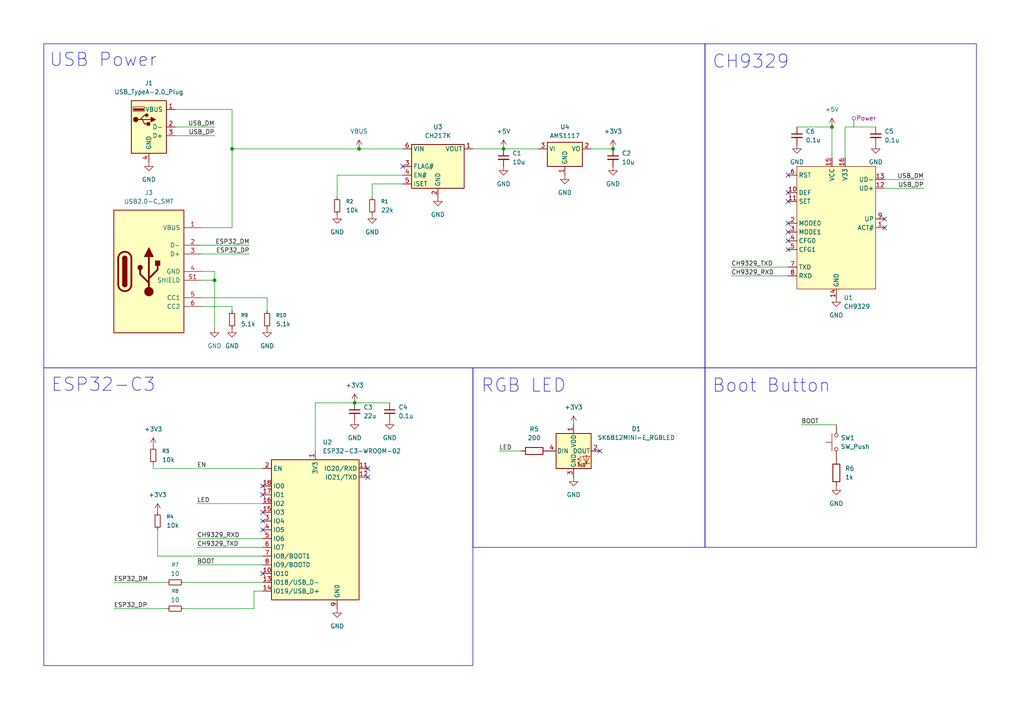
<source format=kicad_sch>
(kicad_sch (version 20250114) (generator "eeschema") (generator_version "9.0")
  (paper "A4")
  (lib_symbols
    (symbol "74th_ApplicationIC:CH9329_UART-To-USBHID"
      (property "Reference" "U" (at 8.89 7.62 0))
      (property "Value" "CH9329" (at 8.89 5.08 0))
      (symbol "CH9329_UART-To-USBHID_0_1"
        (rectangle (start -11.43 3.81) (end 11.43 -31.75) (stroke (width 0.1524)) (fill (type background)))
      )
      (symbol "CH9329_UART-To-USBHID_1_1"
        (pin input line (at -13.97 1.27 0) (length 2.54) (name "RST") (number "6"))
        (pin input line (at -13.97 -3.81 0) (length 2.54) (name "DEF") (number "10"))
        (pin input line (at -13.97 -6.35 0) (length 2.54) (name "SET") (number "11"))
        (pin input line (at -13.97 -12.7 0) (length 2.54) (name "MODE0") (number "2"))
        (pin input line (at -13.97 -15.24 0) (length 2.54) (name "MODE1") (number "3"))
        (pin input line (at -13.97 -17.78 0) (length 2.54) (name "CFG0") (number "4"))
        (pin input line (at -13.97 -20.32 0) (length 2.54) (name "CFG1") (number "5"))
        (pin output line (at -13.97 -25.4 0) (length 2.54) (name "TXD") (number "7"))
        (pin input line (at -13.97 -27.94 0) (length 2.54) (name "RXD") (number "8"))
        (pin power_in line (at -1.27 6.35 270) (length 2.54) (name "VCC") (number "15"))
        (pin power_in line (at 0 -34.29 90) (length 2.54) (name "GND") (number "14"))
        (pin power_out line (at 2.54 6.35 270) (length 2.54) (name "V33") (number "16"))
        (pin bidirectional line (at 13.97 0 180) (length 2.54) (name "UD-") (number "13"))
        (pin bidirectional line (at 13.97 -2.54 180) (length 2.54) (name "UD+") (number "12"))
        (pin output line (at 13.97 -11.43 180) (length 2.54) (name "UP") (number "9"))
        (pin output line (at 13.97 -13.97 180) (length 2.54) (name "ACT#") (number "1"))
      )
    )
    (symbol "74th_Interface:USB_TypeA-2.0_Plug" (pin_names (offset 1.016))
      (property "Reference" "J" (at -5.08 11.43 0))
      (property "Value" "USB_TypeA-2.0_Plug" (at -5.08 8.89 0))
      (symbol "USB_TypeA-2.0_Plug_0_1"
        (rectangle (start -5.08 -7.62) (end 5.08 7.62) (stroke (width 0.254)) (fill (type background)))
        (circle (center -3.81 2.159) (radius 0.635) (stroke (width 0.254)) (fill (type outline)))
        (polyline (pts (xy -3.175 2.159) (xy -2.54 2.159) (xy -1.27 3.429) (xy -0.635 3.429)) (stroke (width 0.254)))
        (polyline (pts (xy -2.54 2.159) (xy -1.905 2.159) (xy -1.27 0.889) (xy 0 0.889)) (stroke (width 0.254)))
        (rectangle (start -1.524 4.826) (end -4.318 5.334) (fill (type outline)))
        (rectangle (start -1.27 4.572) (end -4.572 5.842))
        (circle (center -0.635 3.429) (radius 0.381) (stroke (width 0.254)) (fill (type outline)))
        (rectangle (start 0.254 1.27) (end -0.508 0.508) (stroke (width 0.254)) (fill (type outline)))
        (polyline (pts (xy 0.635 2.794) (xy 0.635 1.524) (xy 1.905 2.159) (xy 0.635 2.794)) (stroke (width 0.254)) (fill (type outline)))
      )
      (symbol "USB_TypeA-2.0_Plug_1_1"
        (polyline (pts (xy -1.905 2.159) (xy 0.635 2.159)) (stroke (width 0.254)))
        (pin power_in line (at 0 -10.16 90) (length 2.54) (name "GND") (number "4"))
        (pin power_out line (at 7.62 5.08 180) (length 2.54) (name "VBUS") (number "1"))
        (pin bidirectional line (at 7.62 0 180) (length 2.54) (name "D-") (number "2"))
        (pin bidirectional line (at 7.62 -2.54 180) (length 2.54) (name "D+") (number "3"))
      )
    )
    (symbol "74th_Interface:USB_TypeC-2.0_Receptacle_Simple" (pin_names (offset 1.016))
      (property "Reference" "J" (at -10.16 19.05 0))
      (property "Value" "USB2.0-C_SMT" (at 15.24 19.05 0))
      (symbol "USB_TypeC-2.0_Receptacle_Simple_0_1"
        (rectangle (start -10.16 17.78) (end 10.16 -17.78) (stroke (width 0.254)) (fill (type background)))
        (polyline (pts (xy -8.89 -3.81) (xy -8.89 3.81)) (stroke (width 0.508)))
        (rectangle (start -7.62 -3.81) (end -6.35 3.81) (stroke (width 0.254)) (fill (type outline)))
        (arc (start -7.62 3.81) (mid -6.985 4.4423) (end -6.35 3.81) (stroke (width 0.254)))
        (arc (start -7.62 3.81) (mid -6.985 4.4423) (end -6.35 3.81) (stroke (width 0.254)) (fill (type outline)))
        (arc (start -8.89 3.81) (mid -6.985 5.7067) (end -5.08 3.81) (stroke (width 0.508)))
        (arc (start -5.08 -3.81) (mid -6.985 -5.7067) (end -8.89 -3.81) (stroke (width 0.508)))
        (arc (start -6.35 -3.81) (mid -6.985 -4.4423) (end -7.62 -3.81) (stroke (width 0.254)))
        (arc (start -6.35 -3.81) (mid -6.985 -4.4423) (end -7.62 -3.81) (stroke (width 0.254)) (fill (type outline)))
        (polyline (pts (xy -5.08 3.81) (xy -5.08 -3.81)) (stroke (width 0.508)))
        (circle (center -2.54 1.143) (radius 0.635) (stroke (width 0.254)) (fill (type outline)))
        (polyline (pts (xy -1.27 4.318) (xy 0 6.858) (xy 1.27 4.318) (xy -1.27 4.318)) (stroke (width 0.254)) (fill (type outline)))
        (polyline (pts (xy 0 -2.032) (xy 2.54 0.508) (xy 2.54 1.778)) (stroke (width 0.508)))
        (polyline (pts (xy 0 -3.302) (xy -2.54 -0.762) (xy -2.54 0.508)) (stroke (width 0.508)))
        (polyline (pts (xy 0 -5.842) (xy 0 4.318)) (stroke (width 0.508)))
        (circle (center 0 -5.842) (radius 1.27) (fill (type outline)))
        (rectangle (start 1.905 1.778) (end 3.175 3.048) (stroke (width 0.254)) (fill (type outline)))
      )
      (symbol "USB_TypeC-2.0_Receptacle_Simple_1_1"
        (pin power_out line (at 15.24 12.7 180) (length 5.08) (name "VBUS") (number "1"))
        (pin bidirectional line (at 15.24 7.62 180) (length 5.08) (name "D-") (number "2"))
        (pin bidirectional line (at 15.24 5.08 180) (length 5.08) (name "D+") (number "3"))
        (pin power_out line (at 15.24 0 180) (length 5.08) (name "GND") (number "4"))
        (pin passive line (at 15.24 -2.54 180) (length 5.08) (name "SHIELD") (number "S1"))
        (pin input line (at 15.24 -7.62 180) (length 5.08) (name "CC1") (number "5"))
        (pin input line (at 15.24 -10.16 180) (length 5.08) (name "CC2") (number "6"))
      )
    )
    (symbol "74th_MCU:ESP32-C3-WROOM-02"
      (property "Reference" "U" (at -12.192 21.336 0))
      (property "Value" "ESP32-C3-WROOM-02" (at 12.192 21.336 0))
      (symbol "ESP32-C3-WROOM-02_1_1"
        (rectangle (start -12.7 20.32) (end 12.7 -20.32) (stroke (width 0.254)) (fill (type background)))
        (pin input line (at -15.24 17.78 0) (length 2.54) (name "EN") (number "2"))
        (pin bidirectional line (at -15.24 12.7 0) (length 2.54) (name "IO0") (number "18"))
        (pin bidirectional line (at -15.24 10.16 0) (length 2.54) (name "IO1") (number "17"))
        (pin bidirectional line (at -15.24 7.62 0) (length 2.54) (name "IO2") (number "16"))
        (pin bidirectional line (at -15.24 5.08 0) (length 2.54) (name "IO3") (number "15"))
        (pin bidirectional line (at -15.24 2.54 0) (length 2.54) (name "IO4") (number "3"))
        (pin bidirectional line (at -15.24 0 0) (length 2.54) (name "IO5") (number "4"))
        (pin bidirectional line (at -15.24 -2.54 0) (length 2.54) (name "IO6") (number "5"))
        (pin bidirectional line (at -15.24 -5.08 0) (length 2.54) (name "IO7") (number "6"))
        (pin bidirectional line (at -15.24 -7.62 0) (length 2.54) (name "IO8/BOOT1") (number "7"))
        (pin bidirectional line (at -15.24 -10.16 0) (length 2.54) (name "IO9/BOOT0") (number "8"))
        (pin bidirectional line (at -15.24 -12.7 0) (length 2.54) (name "IO10") (number "10"))
        (pin bidirectional line (at -15.24 -15.24 0) (length 2.54) (name "IO18/USB_D-") (number "13"))
        (pin bidirectional line (at -15.24 -17.78 0) (length 2.54) (name "IO19/USB_D+") (number "14"))
        (pin power_in line (at 0 22.86 270) (length 2.54) (name "3V3") (number "1"))
        (pin passive line (at 6.35 -22.86 90) (length 2.54) (hide yes) (name "GND") (number "19"))
        (pin power_in line (at 6.35 -22.86 90) (length 2.54) (name "GND") (number "9"))
        (pin bidirectional line (at 15.24 17.78 180) (length 2.54) (name "IO20/RXD") (number "11"))
        (pin bidirectional line (at 15.24 15.24 180) (length 2.54) (name "IO21/TXD") (number "12"))
      )
    )
    (symbol "74th_Passive:AMS1117-3.3_Regulator_SOT89"
      (property "Reference" "U" (at -3.81 3.175 0))
      (property "Value" "AMS1117" (at 0 3.175 0))
      (symbol "AMS1117-3.3_Regulator_SOT89_0_1"
        (rectangle (start -5.08 1.905) (end 5.08 -5.08) (stroke (width 0.254)) (fill (type background)))
      )
      (symbol "AMS1117-3.3_Regulator_SOT89_1_1"
        (pin power_in line (at -7.62 0 0) (length 2.54) (name "VI") (number "3"))
        (pin power_in line (at 0 -7.62 90) (length 2.54) (name "GND") (number "1"))
        (pin power_out line (at 7.62 0 180) (length 2.54) (name "VO") (number "2"))
      )
    )
    (symbol "74th_Passive:CH217K_USB-Power-Limit-Switch"
      (property "Reference" "U" (at -6.35 5.08 0))
      (property "Value" "CH217K" (at 3.81 5.08 0))
      (property "Footprint" "74th:Package_SOT-23-6" (at 17.78 -10.16 0))
      (symbol "CH217K_USB-Power-Limit-Switch_1_1"
        (rectangle (start -7.62 3.81) (end 7.62 -8.89) (stroke (width 0.254)) (fill (type background)))
        (pin power_in line (at -10.16 2.54 0) (length 2.54) (name "VIN") (number "6"))
        (pin input line (at -10.16 -2.54 0) (length 2.54) (name "FLAG#") (number "3"))
        (pin input line (at -10.16 -5.08 0) (length 2.54) (name "EN#") (number "4"))
        (pin input line (at -10.16 -7.62 0) (length 2.54) (name "ISET") (number "5"))
        (pin power_in line (at 0 -11.43 90) (length 2.54) (name "GND") (number "2"))
        (pin power_out line (at 10.16 2.54 180) (length 2.54) (name "VOUT") (number "1"))
      )
    )
    (symbol "74th_Passive:SK6812MINI-E_RGBLED" (pin_names (offset 0.254))
      (property "Reference" "D" (at 5.08 5.715 0))
      (property "Value" "SK6812MINI-E_RGBLED" (at 1.27 -5.715 0))
      (symbol "SK6812MINI-E_RGBLED_0_0"
        (text "RGB" (at 2.286 -4.191 0) (effects (font (size 0.762 0.762))))
      )
      (symbol "SK6812MINI-E_RGBLED_0_1"
        (polyline (pts (xy 1.27 -2.54) (xy 1.778 -2.54)))
        (polyline (pts (xy 1.27 -3.556) (xy 1.778 -3.556)))
        (polyline (pts (xy 2.286 -1.524) (xy 1.27 -2.54) (xy 1.27 -2.032)))
        (polyline (pts (xy 2.286 -2.54) (xy 1.27 -3.556) (xy 1.27 -3.048)))
        (polyline (pts (xy 3.683 -1.016) (xy 3.683 -3.556) (xy 3.683 -4.064)))
        (polyline (pts (xy 4.699 -1.524) (xy 2.667 -1.524) (xy 3.683 -3.556) (xy 4.699 -1.524)))
        (polyline (pts (xy 4.699 -3.556) (xy 2.667 -3.556)))
        (rectangle (start 5.08 5.08) (end -5.08 -5.08) (stroke (width 0.254)) (fill (type background)))
      )
      (symbol "SK6812MINI-E_RGBLED_1_1"
        (pin input line (at -7.62 0 0) (length 2.54) (name "DIN") (number "4"))
        (pin power_in line (at 0 7.62 270) (length 2.54) (name "VDD") (number "1"))
        (pin power_in line (at 0 -7.62 90) (length 2.54) (name "GND") (number "3"))
        (pin output line (at 7.62 0 180) (length 2.54) (name "DOUT") (number "2"))
      )
    )
    (symbol "Device:C_Small" (pin_numbers (hide yes)) (pin_names (offset 0.254) (hide yes))
      (property "Reference" "C" (at 0.254 1.778 0))
      (property "Value" "C_Small" (at 0.254 -2.032 0))
      (symbol "C_Small_0_1"
        (polyline (pts (xy -1.524 0.508) (xy 1.524 0.508)) (stroke (width 0.3048)))
        (polyline (pts (xy -1.524 -0.508) (xy 1.524 -0.508)) (stroke (width 0.3302)))
      )
      (symbol "C_Small_1_1"
        (pin passive line (at 0 2.54 270) (length 2.032) (name "~") (number "1"))
        (pin passive line (at 0 -2.54 90) (length 2.032) (name "~") (number "2"))
      )
    )
    (symbol "Device:R" (pin_numbers (hide yes)) (pin_names (offset 0))
      (property "Reference" "R" (at 2.032 0 90))
      (property "Value" "R" (at 0 0 90))
      (symbol "R_0_1"
        (rectangle (start -1.016 -2.54) (end 1.016 2.54) (stroke (width 0.254)))
      )
      (symbol "R_1_1"
        (pin passive line (at 0 3.81 270) (length 1.27) (name "~") (number "1"))
        (pin passive line (at 0 -3.81 90) (length 1.27) (name "~") (number "2"))
      )
    )
    (symbol "Device:R_Small" (pin_numbers (hide yes)) (pin_names (offset 0.254) (hide yes))
      (property "Reference" "R" (at 0 0 90))
      (property "Value" "R_Small" (at 1.778 0 90))
      (symbol "R_Small_0_1"
        (rectangle (start -0.762 1.778) (end 0.762 -1.778) (stroke (width 0.2032)))
      )
      (symbol "R_Small_1_1"
        (pin passive line (at 0 2.54 270) (length 0.762) (name "~") (number "1"))
        (pin passive line (at 0 -2.54 90) (length 0.762) (name "~") (number "2"))
      )
    )
    (symbol "Switch:SW_Push" (pin_numbers (hide yes)) (pin_names (offset 1.016) (hide yes))
      (property "Reference" "SW" (at 1.27 2.54 0))
      (property "Value" "SW_Push" (at 0 -1.524 0))
      (symbol "SW_Push_0_1"
        (circle (center -2.032 0) (radius 0.508))
        (polyline (pts (xy 0 1.27) (xy 0 3.048)))
        (circle (center 2.032 0) (radius 0.508))
        (polyline (pts (xy 2.54 1.27) (xy -2.54 1.27)))
        (pin passive line (at -5.08 0 0) (length 2.54) (name "1") (number "1"))
        (pin passive line (at 5.08 0 180) (length 2.54) (name "2") (number "2"))
      )
    )
    (symbol "power:+3V3" (power) (pin_numbers (hide yes)) (pin_names (offset 0) (hide yes))
      (property "Value" "+3V3" (at 0 3.556 0))
      (symbol "+3V3_0_1"
        (polyline (pts (xy -0.762 1.27) (xy 0 2.54)))
        (polyline (pts (xy 0 2.54) (xy 0.762 1.27)))
        (polyline (pts (xy 0 0) (xy 0 2.54)))
      )
      (symbol "+3V3_1_1"
        (pin power_in line (at 0 0 90) (length 0) (name "~") (number "1"))
      )
    )
    (symbol "power:+5V" (power) (pin_numbers (hide yes)) (pin_names (offset 0) (hide yes))
      (property "Value" "+5V" (at 0 3.556 0))
      (symbol "+5V_0_1"
        (polyline (pts (xy -0.762 1.27) (xy 0 2.54)))
        (polyline (pts (xy 0 2.54) (xy 0.762 1.27)))
        (polyline (pts (xy 0 0) (xy 0 2.54)))
      )
      (symbol "+5V_1_1"
        (pin power_in line (at 0 0 90) (length 0) (name "~") (number "1"))
      )
    )
    (symbol "power:GND" (power) (pin_numbers (hide yes)) (pin_names (offset 0) (hide yes))
      (property "Value" "GND" (at 0 -3.81 0))
      (symbol "GND_0_1"
        (polyline (pts (xy 0 0) (xy 0 -1.27) (xy 1.27 -1.27) (xy 0 -2.54) (xy -1.27 -1.27) (xy 0 -1.27)))
      )
      (symbol "GND_1_1"
        (pin power_in line (at 0 0 270) (length 0) (name "~") (number "1"))
      )
    )
    (symbol "power:VBUS" (power) (pin_numbers (hide yes)) (pin_names (offset 0) (hide yes))
      (property "Value" "VBUS" (at 0 3.556 0))
      (symbol "VBUS_0_1"
        (polyline (pts (xy -0.762 1.27) (xy 0 2.54)))
        (polyline (pts (xy 0 2.54) (xy 0.762 1.27)))
        (polyline (pts (xy 0 0) (xy 0 2.54)))
      )
      (symbol "VBUS_1_1"
        (pin power_in line (at 0 0 90) (length 0) (name "~") (number "1"))
      )
    )
  )
  (rectangle (start 204.47 106.68) (end 283.21 158.75))
  (rectangle (start 204.47 12.7) (end 283.21 106.68))
  (rectangle (start 12.7 106.68) (end 137.16 193.04))
  (rectangle (start 137.16 106.68) (end 204.47 158.75))
  (rectangle (start 12.7 12.7) (end 204.47 106.68))
  (text "CH9329" (at 206.502 15.748 0) (effects (font (size 3.81 3.81)) (justify left top)))
  (text "Boot Button" (at 206.502 109.728 0) (effects (font (size 3.81 3.81)) (justify left top)))
  (text "ESP32-C3" (at 14.732 109.474 0) (effects (font (size 3.81 3.81)) (justify left top)))
  (text "RGB LED" (at 139.446 109.728 0) (effects (font (size 3.81 3.81)) (justify left top)))
  (text "USB Power" (at 14.224 15.24 0) (effects (font (size 3.81 3.81)) (justify left top)))
  (junction (at 146.05 43.18))
  (junction (at 104.14 43.18))
  (junction (at 177.8 43.18))
  (junction (at 241.3 36.83))
  (junction (at 102.87 116.84))
  (junction (at 67.31 43.18))
  (junction (at 62.23 81.28))
  (no_connect (at 228.6 58.42))
  (no_connect (at 256.54 63.5))
  (no_connect (at 76.2 143.51))
  (no_connect (at 228.6 55.88))
  (no_connect (at 256.54 66.04))
  (no_connect (at 76.2 140.97))
  (no_connect (at 228.6 72.39))
  (no_connect (at 228.6 50.8))
  (no_connect (at 173.99 130.81))
  (no_connect (at 76.2 148.59))
  (no_connect (at 228.6 67.31))
  (no_connect (at 76.2 166.37))
  (no_connect (at 228.6 69.85))
  (no_connect (at 76.2 153.67))
  (no_connect (at 76.2 151.13))
  (no_connect (at 228.6 64.77))
  (no_connect (at 116.84 48.26))
  (no_connect (at 106.68 135.89))
  (no_connect (at 106.68 138.43))
  (wire (pts (xy 67.31 66.04) (xy 67.31 43.18)))
  (wire (pts (xy 58.42 73.66) (xy 72.39 73.66)))
  (wire (pts (xy 45.72 153.67) (xy 45.72 161.29)))
  (wire (pts (xy 77.47 86.36) (xy 77.47 90.17)))
  (wire (pts (xy 62.23 78.74) (xy 62.23 81.28)))
  (wire (pts (xy 107.95 53.34) (xy 107.95 57.15)))
  (wire (pts (xy 58.42 88.9) (xy 67.31 88.9)))
  (wire (pts (xy 58.42 78.74) (xy 62.23 78.74)))
  (wire (pts (xy 44.45 135.89) (xy 44.45 134.62)))
  (wire (pts (xy 57.15 156.21) (xy 76.2 156.21)))
  (wire (pts (xy 53.34 176.53) (xy 73.66 176.53)))
  (wire (pts (xy 91.44 116.84) (xy 102.87 116.84)))
  (wire (pts (xy 91.44 116.84) (xy 91.44 130.81)))
  (wire (pts (xy 57.15 163.83) (xy 76.2 163.83)))
  (wire (pts (xy 50.8 36.83) (xy 62.23 36.83)))
  (wire (pts (xy 73.66 176.53) (xy 73.66 171.45)))
  (wire (pts (xy 256.54 52.07) (xy 267.97 52.07)))
  (wire (pts (xy 58.42 71.12) (xy 72.39 71.12)))
  (wire (pts (xy 245.11 36.83) (xy 245.11 45.72)))
  (wire (pts (xy 97.79 50.8) (xy 116.84 50.8)))
  (wire (pts (xy 58.42 81.28) (xy 62.23 81.28)))
  (wire (pts (xy 231.14 36.83) (xy 241.3 36.83)))
  (wire (pts (xy 67.31 88.9) (xy 67.31 90.17)))
  (wire (pts (xy 57.15 146.05) (xy 76.2 146.05)))
  (wire (pts (xy 62.23 81.28) (xy 62.23 95.25)))
  (wire (pts (xy 45.72 161.29) (xy 76.2 161.29)))
  (wire (pts (xy 67.31 43.18) (xy 104.14 43.18)))
  (wire (pts (xy 146.05 43.18) (xy 156.21 43.18)))
  (wire (pts (xy 44.45 135.89) (xy 76.2 135.89)))
  (wire (pts (xy 212.09 77.47) (xy 228.6 77.47)))
  (wire (pts (xy 97.79 57.15) (xy 97.79 50.8)))
  (wire (pts (xy 102.87 116.84) (xy 113.03 116.84)))
  (wire (pts (xy 104.14 43.18) (xy 116.84 43.18)))
  (wire (pts (xy 116.84 53.34) (xy 107.95 53.34)))
  (wire (pts (xy 256.54 54.61) (xy 267.97 54.61)))
  (wire (pts (xy 57.15 158.75) (xy 76.2 158.75)))
  (wire (pts (xy 33.02 168.91) (xy 48.26 168.91)))
  (wire (pts (xy 232.41 123.19) (xy 242.57 123.19)))
  (wire (pts (xy 58.42 86.36) (xy 77.47 86.36)))
  (wire (pts (xy 50.8 39.37) (xy 62.23 39.37)))
  (wire (pts (xy 73.66 171.45) (xy 76.2 171.45)))
  (wire (pts (xy 67.31 31.75) (xy 67.31 43.18)))
  (wire (pts (xy 33.02 176.53) (xy 48.26 176.53)))
  (wire (pts (xy 53.34 168.91) (xy 76.2 168.91)))
  (wire (pts (xy 137.16 43.18) (xy 146.05 43.18)))
  (wire (pts (xy 212.09 80.01) (xy 228.6 80.01)))
  (wire (pts (xy 58.42 66.04) (xy 67.31 66.04)))
  (wire (pts (xy 171.45 43.18) (xy 177.8 43.18)))
  (wire (pts (xy 254 36.83) (xy 245.11 36.83)))
  (wire (pts (xy 144.78 130.81) (xy 151.13 130.81)))
  (wire (pts (xy 241.3 45.72) (xy 241.3 36.83)))
  (wire (pts (xy 50.8 31.75) (xy 67.31 31.75)))
  (label "LED" (at 57.15 146.05 0))
  (label "ESP32_DP" (at 33.02 176.53 0))
  (label "EN" (at 57.15 135.89 0))
  (label "BOOT" (at 232.41 123.19 0))
  (label "USB_DM" (at 62.23 36.83 180))
  (label "BOOT" (at 57.15 163.83 0))
  (label "LED" (at 144.78 130.81 0))
  (label "ESP32_DM" (at 72.39 71.12 180))
  (label "USB_DM" (at 267.97 52.07 180))
  (label "ESP32_DP" (at 72.39 73.66 180))
  (label "CH9329_TXD" (at 57.15 158.75 0))
  (label "CH9329_TXD" (at 212.09 77.47 0))
  (label "CH9329_RXD" (at 212.09 80.01 0))
  (label "USB_DP" (at 267.97 54.61 180))
  (label "USB_DP" (at 62.23 39.37 180))
  (label "CH9329_RXD" (at 57.15 156.21 0))
  (label "ESP32_DM" (at 33.02 168.91 0))
  (netclass_flag "" (length 2.54) (shape round) (at 247.65 36.83 0) (property "Netclass" "Power" (at 248.3485 34.29 0) (effects (justify left))))
  (symbol (lib_id "74th_Interface:USB_TypeA-2.0_Plug") (at 43.18 36.83 0) (unit 1)
    (property "Reference" "J1" (at 43.18 24.13 0))
    (property "Value" "USB_TypeA-2.0_Plug" (at 43.18 26.67 0))
    (property "Footprint" "74th:Connector_USB-A-Plug_TH" (effects (hide yes)))
    (property "Description" "USB Type A connector" (effects (hide yes)))
  )
  (symbol (lib_id "power:GND") (at 113.03 121.92 0) (unit 1)
    (property "Reference" "#PWR03" (effects (hide yes)))
    (property "Value" "GND" (at 113.03 127 0))
    (property "Description" "Power symbol creates a global label with name \"GND\" , ground" (effects (hide yes)))
  )
  (symbol (lib_id "power:GND") (at 242.57 140.97 0) (unit 1)
    (property "Reference" "#PWR017" (effects (hide yes)))
    (property "Value" "GND" (at 242.57 146.05 0))
    (property "Description" "Power symbol creates a global label with name \"GND\" , ground" (effects (hide yes)))
  )
  (symbol (lib_id "power:GND") (at 127 57.15 0) (unit 1)
    (property "Reference" "#PWR025" (effects (hide yes)))
    (property "Value" "GND" (at 127 62.23 0))
    (property "Description" "Power symbol creates a global label with name \"GND\" , ground" (effects (hide yes)))
  )
  (symbol (lib_id "power:GND") (at 102.87 121.92 0) (unit 1)
    (property "Reference" "#PWR02" (effects (hide yes)))
    (property "Value" "GND" (at 102.87 127 0))
    (property "Description" "Power symbol creates a global label with name \"GND\" , ground" (effects (hide yes)))
  )
  (symbol (lib_id "Device:C_Small") (at 254 39.37 0) (unit 1)
    (property "Reference" "C5" (at 256.54 38.1062 0) (effects (justify left)))
    (property "Value" "0.1u" (at 256.54 40.6462 0) (effects (justify left)))
    (property "Footprint" "74th:Capacitor_0603_1608" (effects (hide yes)))
    (property "Description" "Unpolarized capacitor, small symbol" (effects (hide yes)))
  )
  (symbol (lib_id "power:+3V3") (at 44.45 129.54 0) (unit 1)
    (property "Reference" "#PWR021" (effects (hide yes)))
    (property "Value" "+3V3" (at 44.45 124.46 0))
    (property "Description" "Power symbol creates a global label with name \"+3V3\"" (effects (hide yes)))
  )
  (symbol (lib_id "power:GND") (at 97.79 62.23 0) (unit 1)
    (property "Reference" "#PWR08" (effects (hide yes)))
    (property "Value" "GND" (at 97.79 67.31 0))
    (property "Description" "Power symbol creates a global label with name \"GND\" , ground" (effects (hide yes)))
  )
  (symbol (lib_id "power:+3V3") (at 166.37 123.19 0) (unit 1)
    (property "Reference" "#PWR023" (effects (hide yes)))
    (property "Value" "+3V3" (at 166.37 118.11 0))
    (property "Description" "Power symbol creates a global label with name \"+3V3\"" (effects (hide yes)))
  )
  (symbol (lib_id "power:GND") (at 67.31 95.25 0) (unit 1)
    (property "Reference" "#PWR018" (effects (hide yes)))
    (property "Value" "GND" (at 67.31 100.33 0))
    (property "Description" "Power symbol creates a global label with name \"GND\" , ground" (effects (hide yes)))
  )
  (symbol (lib_id "74th_Passive:CH217K_USB-Power-Limit-Switch") (at 127 45.72 0) (unit 1)
    (property "Reference" "U3" (at 127 36.83 0))
    (property "Value" "CH217K" (at 127 39.37 0))
    (property "Footprint" "74th:Package_SOT-23-6" (effects (hide yes)))
  )
  (symbol (lib_id "Device:R_Small") (at 67.31 92.71 180) (unit 1)
    (property "Reference" "R9" (at 69.85 91.4399 0) (effects (font (size 1.016 1.016)) (justify right)))
    (property "Value" "5.1k" (at 69.85 93.9799 0) (effects (justify right)))
    (property "Footprint" "74th:Register_0603_1608" (effects (hide yes)))
    (property "Description" "Resistor, small symbol" (effects (hide yes)))
  )
  (symbol (lib_id "power:GND") (at 146.05 48.26 0) (unit 1)
    (property "Reference" "#PWR04" (effects (hide yes)))
    (property "Value" "GND" (at 146.05 53.34 0))
    (property "Description" "Power symbol creates a global label with name \"GND\" , ground" (effects (hide yes)))
  )
  (symbol (lib_id "Device:R") (at 154.94 130.81 90) (unit 1)
    (property "Reference" "R5" (at 154.94 124.46 90))
    (property "Value" "200" (at 154.94 127 90))
    (property "Footprint" "74th:Register_0603_1608" (effects (hide yes)))
    (property "Description" "Resistor" (effects (hide yes)))
  )
  (symbol (lib_id "power:GND") (at 97.79 176.53 0) (unit 1)
    (property "Reference" "#PWR016" (effects (hide yes)))
    (property "Value" "GND" (at 97.79 181.61 0))
    (property "Description" "Power symbol creates a global label with name \"GND\" , ground" (effects (hide yes)))
  )
  (symbol (lib_id "74th_ApplicationIC:CH9329_UART-To-USBHID") (at 242.57 52.07 0) (unit 1)
    (property "Reference" "U1" (at 244.7133 86.36 0) (effects (justify left)))
    (property "Value" "CH9329" (at 244.7133 88.9 0) (effects (justify left)))
    (property "Footprint" "Package_SO:SOP-16_3.9x9.9mm_P1.27mm" (effects (hide yes)))
  )
  (symbol (lib_id "74th_Passive:AMS1117-3.3_Regulator_SOT89") (at 163.83 43.18 0) (unit 1)
    (property "Reference" "U4" (at 163.83 36.83 0))
    (property "Value" "AMS1117" (at 163.83 39.37 0))
    (property "Footprint" "74th:Package_SOT-89-3" (effects (hide yes)))
    (property "Description" "1A Low Dropout regulator, positive, adjustable output, SOT-223" (effects (hide yes)))
  )
  (symbol (lib_id "power:+3V3") (at 177.8 43.18 0) (unit 1)
    (property "Reference" "#PWR06" (effects (hide yes)))
    (property "Value" "+3V3" (at 177.8 38.1 0))
    (property "Description" "Power symbol creates a global label with name \"+3V3\"" (effects (hide yes)))
  )
  (symbol (lib_id "Device:R_Small") (at 50.8 168.91 90) (unit 1)
    (property "Reference" "R7" (at 50.8 163.83 90) (effects (font (size 1.016 1.016))))
    (property "Value" "10" (at 50.8 166.37 90))
    (property "Footprint" "74th:Register_0603_1608" (effects (hide yes)))
    (property "Description" "Resistor, small symbol" (effects (hide yes)))
  )
  (symbol (lib_id "Device:R_Small") (at 50.8 176.53 90) (unit 1)
    (property "Reference" "R8" (at 50.8 171.45 90) (effects (font (size 1.016 1.016))))
    (property "Value" "10" (at 50.8 173.99 90))
    (property "Footprint" "74th:Register_0603_1608" (effects (hide yes)))
    (property "Description" "Resistor, small symbol" (effects (hide yes)))
  )
  (symbol (lib_id "power:GND") (at 254 41.91 0) (unit 1)
    (property "Reference" "#PWR09" (effects (hide yes)))
    (property "Value" "GND" (at 254 46.99 0))
    (property "Description" "Power symbol creates a global label with name \"GND\" , ground" (effects (hide yes)))
  )
  (symbol (lib_id "power:GND") (at 163.83 50.8 0) (unit 1)
    (property "Reference" "#PWR014" (effects (hide yes)))
    (property "Value" "GND" (at 163.83 55.88 0))
    (property "Description" "Power symbol creates a global label with name \"GND\" , ground" (effects (hide yes)))
  )
  (symbol (lib_id "power:VBUS") (at 104.14 43.18 0) (unit 1)
    (property "Reference" "#PWR026" (effects (hide yes)))
    (property "Value" "VBUS" (at 104.14 38.1 0))
    (property "Description" "Power symbol creates a global label with name \"VBUS\"" (effects (hide yes)))
  )
  (symbol (lib_id "power:GND") (at 231.14 41.91 0) (unit 1)
    (property "Reference" "#PWR013" (effects (hide yes)))
    (property "Value" "GND" (at 231.14 46.99 0))
    (property "Description" "Power symbol creates a global label with name \"GND\" , ground" (effects (hide yes)))
  )
  (symbol (lib_id "power:+3V3") (at 45.72 148.59 0) (unit 1)
    (property "Reference" "#PWR022" (effects (hide yes)))
    (property "Value" "+3V3" (at 45.72 143.51 0))
    (property "Description" "Power symbol creates a global label with name \"+3V3\"" (effects (hide yes)))
  )
  (symbol (lib_id "power:GND") (at 43.18 46.99 0) (unit 1)
    (property "Reference" "#PWR015" (effects (hide yes)))
    (property "Value" "GND" (at 43.18 52.07 0))
    (property "Description" "Power symbol creates a global label with name \"GND\" , ground" (effects (hide yes)))
  )
  (symbol (lib_id "power:GND") (at 62.23 95.25 0) (unit 1)
    (property "Reference" "#PWR027" (effects (hide yes)))
    (property "Value" "GND" (at 62.23 100.33 0))
    (property "Description" "Power symbol creates a global label with name \"GND\" , ground" (effects (hide yes)))
  )
  (symbol (lib_id "Device:R_Small") (at 97.79 59.69 0) (unit 1)
    (property "Reference" "R2" (at 100.33 58.4199 0) (effects (font (size 1.016 1.016)) (justify left)))
    (property "Value" "10k" (at 100.33 60.9599 0) (effects (justify left)))
    (property "Footprint" "74th:Register_0603_1608" (effects (hide yes)))
    (property "Description" "Resistor, small symbol" (effects (hide yes)))
  )
  (symbol (lib_id "power:GND") (at 242.57 86.36 0) (unit 1)
    (property "Reference" "#PWR012" (effects (hide yes)))
    (property "Value" "GND" (at 242.57 91.44 0))
    (property "Description" "Power symbol creates a global label with name \"GND\" , ground" (effects (hide yes)))
  )
  (symbol (lib_id "power:+5V") (at 146.05 43.18 0) (unit 1)
    (property "Reference" "#PWR010" (effects (hide yes)))
    (property "Value" "+5V" (at 146.05 38.1 0))
    (property "Description" "Power symbol creates a global label with name \"+5V\"" (effects (hide yes)))
  )
  (symbol (lib_id "power:+3V3") (at 102.87 116.84 0) (unit 1)
    (property "Reference" "#PWR01" (effects (hide yes)))
    (property "Value" "+3V3" (at 102.87 111.76 0))
    (property "Description" "Power symbol creates a global label with name \"+3V3\"" (effects (hide yes)))
  )
  (symbol (lib_id "74th_Passive:SK6812MINI-E_RGBLED") (at 166.37 130.81 0) (unit 1)
    (property "Reference" "D1" (at 184.5295 124.3898 0))
    (property "Value" "SK6812MINI-E_RGBLED" (at 184.5295 126.9298 0))
    (property "Footprint" "74th:LED_SK6812MINI-E_BACK-RIGHT" (effects (hide yes)))
    (property "Description" "RGB LED with integrated controller" (effects (hide yes)))
  )
  (symbol (lib_id "power:GND") (at 177.8 48.26 0) (unit 1)
    (property "Reference" "#PWR05" (effects (hide yes)))
    (property "Value" "GND" (at 177.8 53.34 0))
    (property "Description" "Power symbol creates a global label with name \"GND\" , ground" (effects (hide yes)))
  )
  (symbol (lib_id "Device:C_Small") (at 231.14 39.37 0) (unit 1)
    (property "Reference" "C6" (at 233.68 38.1062 0) (effects (justify left)))
    (property "Value" "0.1u" (at 233.68 40.6462 0) (effects (justify left)))
    (property "Footprint" "74th:Capacitor_0603_1608" (effects (hide yes)))
    (property "Description" "Unpolarized capacitor, small symbol" (effects (hide yes)))
  )
  (symbol (lib_id "74th_Interface:USB_TypeC-2.0_Receptacle_Simple") (at 43.18 78.74 0) (unit 1)
    (property "Reference" "J3" (at 43.18 55.88 0))
    (property "Value" "USB2.0-C_SMT" (at 43.18 58.42 0))
    (property "Footprint" "74th:Connector_USB-C-Receptacle_SMT_12-Pin_Simple" (effects (hide yes)))
    (property "Datasheet" "https://www.usb.org/sites/default/files/documents/usb_type-c.zip" (effects (hide yes)))
    (property "Description" "USB 2.0-only Type-C Plug connector" (effects (hide yes)))
  )
  (symbol (lib_id "Device:R_Small") (at 77.47 92.71 180) (unit 1)
    (property "Reference" "R10" (at 80.01 91.4399 0) (effects (font (size 1.016 1.016)) (justify right)))
    (property "Value" "5.1k" (at 80.01 93.9799 0) (effects (justify right)))
    (property "Footprint" "74th:Register_0603_1608" (effects (hide yes)))
    (property "Description" "Resistor, small symbol" (effects (hide yes)))
  )
  (symbol (lib_id "Device:R_Small") (at 107.95 59.69 0) (unit 1)
    (property "Reference" "R1" (at 110.49 58.4199 0) (effects (font (size 1.016 1.016)) (justify left)))
    (property "Value" "22k" (at 110.49 60.9599 0) (effects (justify left)))
    (property "Footprint" "74th:Register_0603_1608" (effects (hide yes)))
    (property "Description" "Resistor, small symbol" (effects (hide yes)))
  )
  (symbol (lib_id "74th_MCU:ESP32-C3-WROOM-02") (at 91.44 153.67 0) (unit 1)
    (property "Reference" "U2" (at 93.5833 128.27 0) (effects (justify left)))
    (property "Value" "ESP32-C3-WROOM-02" (at 93.5833 130.81 0) (effects (justify left)))
    (property "Footprint" "74th:Module_ESP32-C3-WROOM-02" (effects (hide yes)))
    (property "Datasheet" "https://www.espressif.com/sites/default/files/documentation/esp32-c3-wroom-02_datasheet_en.pdf" (effects (hide yes)))
    (property "Description" "Copy from KiCad Library" (effects (hide yes)))
  )
  (symbol (lib_id "Device:C_Small") (at 113.03 119.38 0) (unit 1)
    (property "Reference" "C4" (at 115.57 118.1162 0) (effects (justify left)))
    (property "Value" "0.1u" (at 115.57 120.6562 0) (effects (justify left)))
    (property "Footprint" "74th:Capacitor_0603_1608" (effects (hide yes)))
    (property "Description" "Unpolarized capacitor, small symbol" (effects (hide yes)))
  )
  (symbol (lib_id "power:GND") (at 77.47 95.25 0) (unit 1)
    (property "Reference" "#PWR020" (effects (hide yes)))
    (property "Value" "GND" (at 77.47 100.33 0))
    (property "Description" "Power symbol creates a global label with name \"GND\" , ground" (effects (hide yes)))
  )
  (symbol (lib_id "power:+5V") (at 241.3 36.83 0) (unit 1)
    (property "Reference" "#PWR011" (effects (hide yes)))
    (property "Value" "+5V" (at 241.3 31.75 0))
    (property "Description" "Power symbol creates a global label with name \"+5V\"" (effects (hide yes)))
  )
  (symbol (lib_id "Device:C_Small") (at 177.8 45.72 0) (unit 1)
    (property "Reference" "C2" (at 180.34 44.4562 0) (effects (justify left)))
    (property "Value" "10u" (at 180.34 46.9962 0) (effects (justify left)))
    (property "Footprint" "74th:Capacitor_0603_1608" (effects (hide yes)))
    (property "Description" "Unpolarized capacitor, small symbol" (effects (hide yes)))
  )
  (symbol (lib_id "Device:R_Small") (at 44.45 132.08 0) (unit 1)
    (property "Reference" "R3" (at 46.99 130.8099 0) (effects (font (size 1.016 1.016)) (justify left)))
    (property "Value" "10k" (at 46.99 133.3499 0) (effects (justify left)))
    (property "Footprint" "74th:Register_0603_1608" (effects (hide yes)))
    (property "Description" "Resistor, small symbol" (effects (hide yes)))
  )
  (symbol (lib_id "Switch:SW_Push") (at 242.57 128.27 90) (unit 1)
    (property "Reference" "SW1" (at 243.84 126.9999 90) (effects (justify right)))
    (property "Value" "SW_Push" (at 243.84 129.5399 90) (effects (justify right)))
    (property "Footprint" "74th:Switch_SKRPABE010" (effects (hide yes)))
    (property "Description" "Push button switch, generic, two pins" (effects (hide yes)))
    (property "Function" "Boot" (effects (hide yes)))
  )
  (symbol (lib_id "Device:R_Small") (at 45.72 151.13 0) (unit 1)
    (property "Reference" "R4" (at 48.26 149.8599 0) (effects (font (size 1.016 1.016)) (justify left)))
    (property "Value" "10k" (at 48.26 152.3999 0) (effects (justify left)))
    (property "Footprint" "74th:Register_0603_1608" (effects (hide yes)))
    (property "Description" "Resistor, small symbol" (effects (hide yes)))
  )
  (symbol (lib_id "power:GND") (at 166.37 138.43 0) (unit 1)
    (property "Reference" "#PWR024" (effects (hide yes)))
    (property "Value" "GND" (at 166.37 143.51 0))
    (property "Description" "Power symbol creates a global label with name \"GND\" , ground" (effects (hide yes)))
  )
  (symbol (lib_id "Device:R") (at 242.57 137.16 180) (unit 1)
    (property "Reference" "R6" (at 245.11 135.8899 0) (effects (justify right)))
    (property "Value" "1k" (at 245.11 138.4299 0) (effects (justify right)))
    (property "Footprint" "74th:Register_0603_1608" (effects (hide yes)))
    (property "Description" "Resistor" (effects (hide yes)))
  )
  (symbol (lib_id "Device:C_Small") (at 102.87 119.38 0) (unit 1)
    (property "Reference" "C3" (at 105.41 118.1162 0) (effects (justify left)))
    (property "Value" "22u" (at 105.41 120.6562 0) (effects (justify left)))
    (property "Footprint" "74th:Capacitor_0603_1608" (effects (hide yes)))
    (property "Description" "Unpolarized capacitor, small symbol" (effects (hide yes)))
  )
  (symbol (lib_id "power:GND") (at 107.95 62.23 0) (unit 1)
    (property "Reference" "#PWR07" (effects (hide yes)))
    (property "Value" "GND" (at 107.95 67.31 0))
    (property "Description" "Power symbol creates a global label with name \"GND\" , ground" (effects (hide yes)))
  )
  (symbol (lib_id "Device:C_Small") (at 146.05 45.72 0) (unit 1)
    (property "Reference" "C1" (at 148.59 44.4562 0) (effects (justify left)))
    (property "Value" "10u" (at 148.59 46.9962 0) (effects (justify left)))
    (property "Footprint" "74th:Capacitor_0603_1608" (effects (hide yes)))
    (property "Description" "Unpolarized capacitor, small symbol" (effects (hide yes)))
  )
)
</source>
